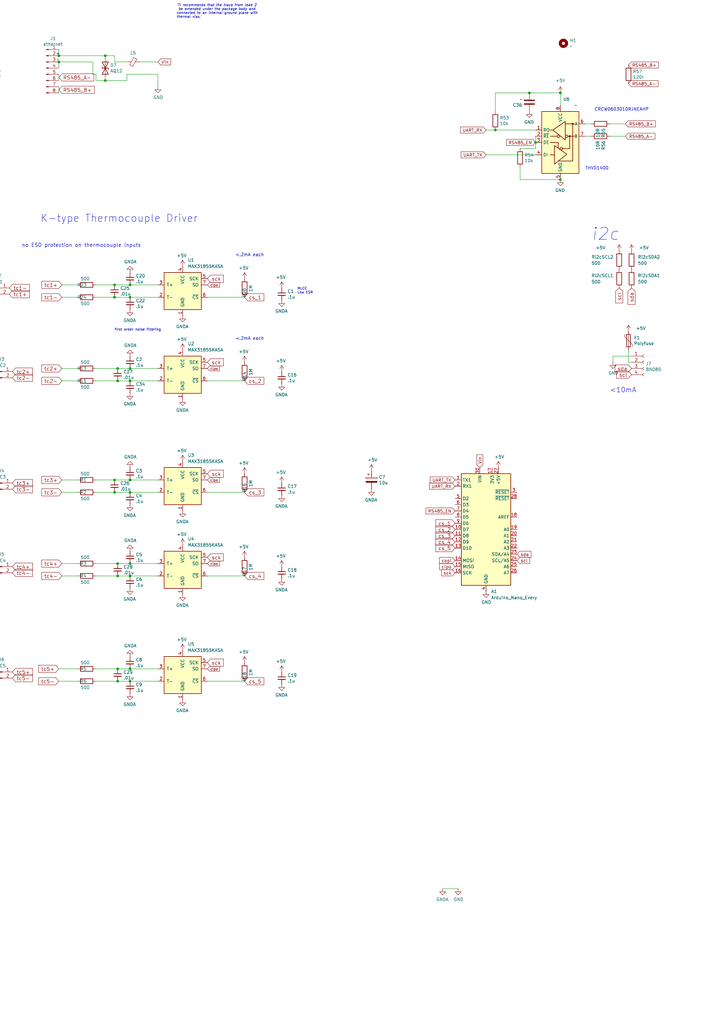
<source format=kicad_sch>
(kicad_sch (version 20211123) (generator eeschema)
  (paper "A3" portrait)
  (lib_symbols
    (symbol "Connector:Conn_01x02_Male" (pin_names (offset 1.016) hide)
      (property "Reference" "J" (at 0 2.54 0))
      (property "Value" "Conn_01x02_Male" (at 0 -5.08 0))
      (symbol "Conn_01x02_Male_1_1"
        (pin passive line (at 5.08 0 180) (length 3.81) (name "Pin_1") (number "1"))
        (pin passive line (at 5.08 -2.54 180) (length 3.81) (name "Pin_2") (number "2"))
      )
    )
    (symbol "Connector:Conn_01x08_Male" (pin_names (offset 1.016) hide)
      (property "Reference" "J" (at 0 10.16 0))
      (property "Value" "Conn_01x08_Male" (at 0 -12.7 0))
      (symbol "Conn_01x08_Male_1_1"
        (pin passive line (at 5.08 7.62 180) (length 3.81) (name "Pin_1") (number "1"))
        (pin passive line (at 5.08 5.08 180) (length 3.81) (name "Pin_2") (number "2"))
        (pin passive line (at 5.08 2.54 180) (length 3.81) (name "Pin_3") (number "3"))
        (pin passive line (at 5.08 0 180) (length 3.81) (name "Pin_4") (number "4"))
        (pin passive line (at 5.08 -2.54 180) (length 3.81) (name "Pin_5") (number "5"))
        (pin passive line (at 5.08 -5.08 180) (length 3.81) (name "Pin_6") (number "6"))
        (pin passive line (at 5.08 -7.62 180) (length 3.81) (name "Pin_7") (number "7"))
        (pin passive line (at 5.08 -10.16 180) (length 3.81) (name "Pin_8") (number "8"))
      )
    )
    (symbol "Device:C" (pin_numbers hide) (pin_names (offset 0.254))
      (property "Reference" "C" (at 0.635 2.54 0))
      (property "Value" "C" (at 0.635 -2.54 0))
      (symbol "C_1_1"
        (pin passive line (at 0 3.81 270) (length 2.794) (name "~") (number "1"))
        (pin passive line (at 0 -3.81 90) (length 2.794) (name "~") (number "2"))
      )
    )
    (symbol "Device:C_Small" (pin_numbers hide) (pin_names (offset 0.254) hide)
      (property "Reference" "C" (at 0.254 1.778 0))
      (property "Value" "C_Small" (at 0.254 -2.032 0))
      (symbol "C_Small_1_1"
        (pin passive line (at 0 2.54 270) (length 2.032) (name "~") (number "1"))
        (pin passive line (at 0 -2.54 90) (length 2.032) (name "~") (number "2"))
      )
    )
    (symbol "Device:D_TVS" (pin_numbers hide) (pin_names (offset 1.016) hide)
      (property "Reference" "D" (at 0 2.54 0))
      (property "Value" "D_TVS" (at 0 -2.54 0))
      (symbol "D_TVS_1_1"
        (pin passive line (at -3.81 0 0) (length 2.54) (name "A1") (number "1"))
        (pin passive line (at 3.81 0 180) (length 2.54) (name "A2") (number "2"))
      )
    )
    (symbol "Device:Polyfuse" (pin_numbers hide) (pin_names (offset 0))
      (property "Reference" "F" (at -2.54 0 90))
      (property "Value" "Polyfuse" (at 2.54 0 90))
      (symbol "Polyfuse_1_1"
        (pin passive line (at 0 3.81 270) (length 1.27) (name "~") (number "1"))
        (pin passive line (at 0 -3.81 90) (length 1.27) (name "~") (number "2"))
      )
    )
    (symbol "Device:R" (pin_numbers hide) (pin_names (offset 0))
      (property "Reference" "R" (at 2.032 0 90))
      (property "Value" "R" (at 0 0 90))
      (symbol "R_1_1"
        (pin passive line (at 0 3.81 270) (length 1.27) (name "~") (number "1"))
        (pin passive line (at 0 -3.81 90) (length 1.27) (name "~") (number "2"))
      )
    )
    (symbol "MCU_Module:Arduino_Nano_Every"
      (property "Reference" "A" (at -10.16 23.495 0))
      (property "Value" "Arduino_Nano_Every" (at 5.08 -24.13 0))
      (symbol "Arduino_Nano_Every_1_1"
        (pin bidirectional line (at -12.7 20.32 0) (length 2.54) (name "TX1") (number "1"))
        (pin bidirectional line (at -12.7 0 0) (length 2.54) (name "D7") (number "10"))
        (pin bidirectional line (at -12.7 -2.54 0) (length 2.54) (name "D8") (number "11"))
        (pin bidirectional line (at -12.7 -5.08 0) (length 2.54) (name "D9") (number "12"))
        (pin bidirectional line (at -12.7 -7.62 0) (length 2.54) (name "D10") (number "13"))
        (pin bidirectional line (at -12.7 -12.7 0) (length 2.54) (name "MOSI") (number "14"))
        (pin bidirectional line (at -12.7 -15.24 0) (length 2.54) (name "MISO") (number "15"))
        (pin bidirectional line (at -12.7 -17.78 0) (length 2.54) (name "SCK") (number "16"))
        (pin power_out line (at 2.54 25.4 270) (length 2.54) (name "3V3") (number "17"))
        (pin input line (at 12.7 5.08 180) (length 2.54) (name "AREF") (number "18"))
        (pin bidirectional line (at 12.7 0 180) (length 2.54) (name "A0") (number "19"))
        (pin bidirectional line (at -12.7 17.78 0) (length 2.54) (name "RX1") (number "2"))
        (pin bidirectional line (at 12.7 -2.54 180) (length 2.54) (name "A1") (number "20"))
        (pin bidirectional line (at 12.7 -5.08 180) (length 2.54) (name "A2") (number "21"))
        (pin bidirectional line (at 12.7 -7.62 180) (length 2.54) (name "A3") (number "22"))
        (pin bidirectional line (at 12.7 -10.16 180) (length 2.54) (name "SDA/A4") (number "23"))
        (pin bidirectional line (at 12.7 -12.7 180) (length 2.54) (name "SCL/A5") (number "24"))
        (pin bidirectional line (at 12.7 -15.24 180) (length 2.54) (name "A6") (number "25"))
        (pin bidirectional line (at 12.7 -17.78 180) (length 2.54) (name "A7") (number "26"))
        (pin power_out line (at 5.08 25.4 270) (length 2.54) (name "+5V") (number "27"))
        (pin input line (at 12.7 12.7 180) (length 2.54) (name "~{RESET}") (number "28"))
        (pin passive line (at 0 -25.4 90) (length 2.54) hide (name "GND") (number "29"))
        (pin input line (at 12.7 15.24 180) (length 2.54) (name "~{RESET}") (number "3"))
        (pin power_in line (at -2.54 25.4 270) (length 2.54) (name "VIN") (number "30"))
        (pin power_in line (at 0 -25.4 90) (length 2.54) (name "GND") (number "4"))
        (pin bidirectional line (at -12.7 12.7 0) (length 2.54) (name "D2") (number "5"))
        (pin bidirectional line (at -12.7 10.16 0) (length 2.54) (name "D3") (number "6"))
        (pin bidirectional line (at -12.7 7.62 0) (length 2.54) (name "D4") (number "7"))
        (pin bidirectional line (at -12.7 5.08 0) (length 2.54) (name "D5") (number "8"))
        (pin bidirectional line (at -12.7 2.54 0) (length 2.54) (name "D6") (number "9"))
      )
    )
    (symbol "Mechanical:MountingHole" (pin_names (offset 1.016))
      (property "Reference" "H" (at 0 5.08 0))
      (property "Value" "MountingHole" (at 0 3.175 0))
    )
    (symbol "PAINTREv3-rescue:CP-2164VCA-rescue-instrumnet-rescue" (pin_numbers hide) (pin_names (offset 0.254))
      (property "Reference" "C" (at 0.635 2.54 0))
      (property "Value" "CP-2164VCA-rescue-instrumnet-rescue" (at 0.635 -2.54 0))
      (symbol "CP-2164VCA-rescue-instrumnet-rescue_1_1"
        (pin passive line (at 0 3.81 270) (length 2.794) (name "~") (number "1"))
        (pin passive line (at 0 -3.81 90) (length 2.794) (name "~") (number "2"))
      )
    )
    (symbol "PAINTREv3-rescue:Connector_Conn_01x04_Female-newvco-cache-instrumnet-rescue" (pin_names (offset 1.016) hide)
      (property "Reference" "J" (at 0 5.08 0))
      (property "Value" "Connector_Conn_01x04_Female-newvco-cache-instrumnet-rescue" (at 0 -7.62 0))
      (symbol "Connector_Conn_01x04_Female-newvco-cache-instrumnet-rescue_1_1"
        (pin passive line (at -5.08 2.54 0) (length 3.81) (name "Pin_1") (number "1"))
        (pin passive line (at -5.08 0 0) (length 3.81) (name "Pin_2") (number "2"))
        (pin passive line (at -5.08 -2.54 0) (length 3.81) (name "Pin_3") (number "3"))
        (pin passive line (at -5.08 -5.08 0) (length 3.81) (name "Pin_4") (number "4"))
      )
    )
    (symbol "PAINTREv3-rescue:Ferrite_Bead_Small-Device" (pin_numbers hide) (pin_names (offset 0))
      (property "Reference" "FB" (at 1.905 1.27 0))
      (property "Value" "Ferrite_Bead_Small-Device" (at 1.905 -1.27 0))
      (symbol "Ferrite_Bead_Small-Device_1_1"
        (pin passive line (at 0 2.54 270) (length 1.27) (name "~") (number "1"))
        (pin passive line (at 0 -2.54 90) (length 1.27) (name "~") (number "2"))
      )
    )
    (symbol "PAINTREv3-rescue:R-2164VCA-rescue-instrumnet-rescue" (pin_numbers hide) (pin_names (offset 0))
      (property "Reference" "R" (at 2.032 0 90))
      (property "Value" "R-2164VCA-rescue-instrumnet-rescue" (at 0 0 90))
      (symbol "R-2164VCA-rescue-instrumnet-rescue_1_1"
        (pin passive line (at 0 3.81 270) (length 1.27) (name "~") (number "1"))
        (pin passive line (at 0 -3.81 90) (length 1.27) (name "~") (number "2"))
      )
    )
    (symbol "Sensor_Temperature:MAX31855KASA" (pin_names (offset 1.016))
      (property "Reference" "U" (at -7.62 8.89 0))
      (property "Value" "MAX31855KASA" (at 1.27 8.89 0))
      (symbol "MAX31855KASA_1_1"
        (pin power_in line (at 0 -10.16 90) (length 2.54) (name "GND") (number "1"))
        (pin passive line (at -10.16 -2.54 0) (length 2.54) (name "T-") (number "2"))
        (pin passive line (at -10.16 2.54 0) (length 2.54) (name "T+") (number "3"))
        (pin power_in line (at 0 10.16 270) (length 2.54) (name "VCC") (number "4"))
        (pin input line (at 10.16 5.08 180) (length 2.54) (name "SCK") (number "5"))
        (pin input line (at 10.16 -2.54 180) (length 2.54) (name "~{CS}") (number "6"))
        (pin tri_state line (at 10.16 2.54 180) (length 2.54) (name "SO") (number "7"))
      )
    )
    (symbol "TFRAS_TOP-rescue:SN65HVD75-Interface_UART"
      (property "Reference" "U" (at -6.985 13.97 0))
      (property "Value" "SN65HVD75-Interface_UART" (at 8.255 13.97 0))
      (symbol "SN65HVD75-Interface_UART_1_1"
        (pin output line (at -10.16 5.08 0) (length 2.54) (name "RO") (number "1"))
        (pin input line (at -10.16 2.54 0) (length 2.54) (name "~{RE}") (number "2"))
        (pin input line (at -10.16 0 0) (length 2.54) (name "DE") (number "3"))
        (pin input line (at -10.16 -5.08 0) (length 2.54) (name "DI") (number "4"))
        (pin power_in line (at 0 -15.24 90) (length 2.54) (name "GND") (number "5"))
        (pin bidirectional line (at 10.16 7.62 180) (length 2.54) (name "A") (number "6"))
        (pin bidirectional line (at 10.16 2.54 180) (length 2.54) (name "B") (number "7"))
        (pin power_in line (at 0 15.24 270) (length 2.54) (name "VCC") (number "8"))
      )
    )
    (symbol "power:+5V" (power) (pin_names (offset 0))
      (property "Value" "+5V" (at 0 3.556 0))
      (symbol "+5V_1_1"
        (pin power_in line (at 0 0 90) (length 0) hide (name "+5V") (number "1"))
      )
    )
    (symbol "power:GND" (power) (pin_names (offset 0))
      (property "Value" "GND" (at 0 -3.81 0))
      (symbol "GND_1_1"
        (pin power_in line (at 0 0 270) (length 0) hide (name "GND") (number "1"))
      )
    )
    (symbol "power:GNDA" (power) (pin_names (offset 0))
      (property "Value" "GNDA" (at 0 -3.81 0))
      (symbol "GNDA_1_1"
        (pin power_in line (at 0 0 270) (length 0) hide (name "GNDA") (number "1"))
      )
    )
  )
  (junction (at 53.34 279.4))
  (junction (at 217.17 38.1))
  (junction (at 53.34 274.32))
  (junction (at 53.34 151.13))
  (junction (at 43.18 22.86))
  (junction (at 43.18 33.02))
  (junction (at 48.26 151.13))
  (junction (at 229.87 38.1))
  (junction (at 24.13 25.4))
  (junction (at 53.34 156.21))
  (junction (at 203.2 53.34))
  (junction (at 48.26 231.14))
  (junction (at 46.99 116.84))
  (junction (at 48.26 274.32))
  (junction (at 53.34 116.84))
  (junction (at 53.34 121.92))
  (junction (at 53.34 201.93))
  (junction (at 46.99 201.93))
  (junction (at 48.26 279.4))
  (junction (at 46.99 196.85))
  (junction (at 46.99 121.92))
  (junction (at 219.71 58.42))
  (junction (at 24.13 22.86))
  (junction (at 48.26 156.21))
  (junction (at 48.26 236.22))
  (junction (at 229.87 73.66))
  (junction (at 53.34 231.14))
  (junction (at 53.34 196.85))
  (junction (at 53.34 236.22))
  (wire (pts (xy 85.09 236.22) (xy 100.33 236.22)))
  (wire (pts (xy 213.36 68.58) (xy 213.36 73.66)))
  (wire (pts (xy 24.13 25.4) (xy 24.13 27.94)))
  (wire (pts (xy 38.1 30.48) (xy 39.37 30.48)))
  (wire (pts (xy 25.4 196.85) (xy 31.75 196.85)))
  (wire (pts (xy 24.13 274.32) (xy 31.75 274.32)))
  (wire (pts (xy 46.99 121.92) (xy 53.34 121.92)))
  (wire (pts (xy 46.99 196.85) (xy 53.34 196.85)))
  (wire (pts (xy 39.37 121.92) (xy 46.99 121.92)))
  (wire (pts (xy 24.13 20.32) (xy 24.13 22.86)))
  (wire (pts (xy 39.37 116.84) (xy 46.99 116.84)))
  (wire (pts (xy 39.37 151.13) (xy 48.26 151.13)))
  (wire (pts (xy 259.08 148.59) (xy 257.81 148.59)))
  (wire (pts (xy 53.34 121.92) (xy 64.77 121.92)))
  (wire (pts (xy 85.09 279.4) (xy 100.33 279.4)))
  (wire (pts (xy 213.36 60.96) (xy 219.71 60.96)))
  (wire (pts (xy 24.13 38.1) (xy 24.13 35.56)))
  (wire (pts (xy 39.37 236.22) (xy 48.26 236.22)))
  (wire (pts (xy 53.34 156.21) (xy 64.77 156.21)))
  (wire (pts (xy 39.37 231.14) (xy 48.26 231.14)))
  (wire (pts (xy 43.18 33.02) (xy 52.07 33.02)))
  (wire (pts (xy 203.2 38.1) (xy 217.17 38.1)))
  (wire (pts (xy 199.39 63.5) (xy 219.71 63.5)))
  (wire (pts (xy 53.34 201.93) (xy 64.77 201.93)))
  (wire (pts (xy 53.34 274.32) (xy 64.77 274.32)))
  (wire (pts (xy 43.18 31.75) (xy 43.18 33.02)))
  (wire (pts (xy 39.37 196.85) (xy 46.99 196.85)))
  (wire (pts (xy 39.37 274.32) (xy 48.26 274.32)))
  (wire (pts (xy 53.34 236.22) (xy 64.77 236.22)))
  (wire (pts (xy 85.09 121.92) (xy 100.33 121.92)))
  (wire (pts (xy 219.71 58.42) (xy 219.71 55.88)))
  (wire (pts (xy 24.13 279.4) (xy 31.75 279.4)))
  (wire (pts (xy 39.37 156.21) (xy 48.26 156.21)))
  (wire (pts (xy 48.26 279.4) (xy 53.34 279.4)))
  (wire (pts (xy 46.99 22.86) (xy 46.99 25.4)))
  (wire (pts (xy 25.4 236.22) (xy 31.75 236.22)))
  (wire (pts (xy 250.19 55.88) (xy 256.54 55.88)))
  (wire (pts (xy 39.37 279.4) (xy 48.26 279.4)))
  (wire (pts (xy 199.39 53.34) (xy 203.2 53.34)))
  (wire (pts (xy 46.99 25.4) (xy 52.07 25.4)))
  (wire (pts (xy 24.13 33.02) (xy 24.13 30.48)))
  (wire (pts (xy 24.13 22.86) (xy 43.18 22.86)))
  (wire (pts (xy 257.81 148.59) (xy 257.81 143.51)))
  (wire (pts (xy 53.34 196.85) (xy 64.77 196.85)))
  (wire (pts (xy 229.87 38.1) (xy 229.87 43.18)))
  (wire (pts (xy 48.26 156.21) (xy 53.34 156.21)))
  (wire (pts (xy 48.26 151.13) (xy 53.34 151.13)))
  (wire (pts (xy 181.61 364.49) (xy 187.96 364.49)))
  (wire (pts (xy 48.26 231.14) (xy 53.34 231.14)))
  (wire (pts (xy 251.46 146.05) (xy 251.46 148.59)))
  (wire (pts (xy 25.4 121.92) (xy 31.75 121.92)))
  (wire (pts (xy 43.18 22.86) (xy 46.99 22.86)))
  (wire (pts (xy 25.4 116.84) (xy 31.75 116.84)))
  (wire (pts (xy 64.77 30.48) (xy 64.77 35.56)))
  (wire (pts (xy 46.99 116.84) (xy 53.34 116.84)))
  (wire (pts (xy 85.09 201.93) (xy 100.33 201.93)))
  (wire (pts (xy 39.37 33.02) (xy 43.18 33.02)))
  (wire (pts (xy 53.34 151.13) (xy 64.77 151.13)))
  (wire (pts (xy 25.4 231.14) (xy 31.75 231.14)))
  (wire (pts (xy 52.07 33.02) (xy 52.07 30.48)))
  (wire (pts (xy 38.1 25.4) (xy 38.1 30.48)))
  (wire (pts (xy 203.2 53.34) (xy 219.71 53.34)))
  (wire (pts (xy 24.13 25.4) (xy 38.1 25.4)))
  (wire (pts (xy 25.4 151.13) (xy 31.75 151.13)))
  (wire (pts (xy 52.07 30.48) (xy 64.77 30.48)))
  (wire (pts (xy 48.26 236.22) (xy 53.34 236.22)))
  (wire (pts (xy 259.08 146.05) (xy 251.46 146.05)))
  (wire (pts (xy 203.2 45.72) (xy 203.2 38.1)))
  (wire (pts (xy 53.34 231.14) (xy 64.77 231.14)))
  (wire (pts (xy 25.4 156.21) (xy 31.75 156.21)))
  (wire (pts (xy 53.34 116.84) (xy 64.77 116.84)))
  (wire (pts (xy 219.71 60.96) (xy 219.71 58.42)))
  (wire (pts (xy 217.17 38.1) (xy 229.87 38.1)))
  (wire (pts (xy 46.99 201.93) (xy 53.34 201.93)))
  (wire (pts (xy 85.09 156.21) (xy 100.33 156.21)))
  (wire (pts (xy 240.03 50.8) (xy 242.57 50.8)))
  (wire (pts (xy 39.37 201.93) (xy 46.99 201.93)))
  (wire (pts (xy 48.26 274.32) (xy 53.34 274.32)))
  (wire (pts (xy 39.37 30.48) (xy 39.37 33.02)))
  (wire (pts (xy 240.03 55.88) (xy 242.57 55.88)))
  (wire (pts (xy 250.19 50.8) (xy 256.54 50.8)))
  (wire (pts (xy 43.18 22.86) (xy 43.18 24.13)))
  (wire (pts (xy 53.34 279.4) (xy 64.77 279.4)))
  (wire (pts (xy 213.36 73.66) (xy 229.87 73.66)))
  (wire (pts (xy 25.4 201.93) (xy 31.75 201.93)))
  (wire (pts (xy 57.15 25.4) (xy 64.77 25.4)))
  (text "<.2mA each" (at 96.52 105.41 0) (effects (font (size 1.27 1.27)) (justify left bottom)))
  (text "CRCW0603010RJNEAHP" (at 243.84 45.72 0) (effects (font (size 1.27 1.27)) (justify left bottom)))
  (text "<.2mA each" (at 96.52 139.7 0) (effects (font (size 1.27 1.27)) (justify left bottom)))
  (text "MLCC\nLow ESR" (at 121.92 120.65 0) (effects (font (size 0.9906 0.9906)) (justify left bottom)))
  (text "-" (at 22.86 25.4 0) (effects (font (size 1.27 1.27)) (justify left bottom)))
  (text "+" (at 22.86 22.86 0) (effects (font (size 1.27 1.27)) (justify left bottom)))
  (text "first order noise filtering" (at 46.99 135.89 0) (effects (font (size 0.9906 0.9906)) (justify left bottom)))
  (text "reset requires no extra hardware -\nactually, the pin is a GPIO by default!\nresetting is done thru the UPDI pin." (at 300.99 153.67 0) (effects (font (size 1.27 1.27)) (justify left bottom)))
  (text "THVD1400\n" (at 240.03 69.85 0) (effects (font (size 1.27 1.27)) (justify left bottom)))
  (text "40mA GPIO sink/source current" (at 388.62 207.01 0) (effects (font (size 1.27 1.27)) (justify left bottom)))
  (text "3.6V - 16V input" (at -39.37 31.75 0) (effects (font (size 2.9972 2.9972)) (justify left bottom)))
  (text "K-type Thermocouple Driver" (at 16.51 91.44 0) (effects (font (size 2.9972 2.9972)) (justify left bottom)))
  (text "PAINTREv3 internal instrumentation for HOTROD ice drilling system" (at -177.038 -122.174 0) (effects (font (size 2 2)) (justify left bottom)))
  (text "<10mA" (at 250.19 161.29 0) (effects (font (size 2.0066 2.0066)) (justify left bottom)))
  (text "no ESD protection on thermocouple inputs" (at 8.89 101.6 0) (effects (font (size 1.4986 1.4986)) (justify left bottom)))
  (text "\n'TI recommends that the trace from lead 2\n be extended under the package body and \nconnected to an internal ground plane with \nthermal vias.'" (at 72.39 7.62 0) (effects (font (size 0.9906 0.9906) italic) (justify left bottom)))
  (text "i2c" (at 242.57 99.06 0) (effects (font (size 5.0038 5.0038) italic) (justify left bottom)))
  (global_label "scl" (shape input) (at 259.08 153.67 180) (effects (font (size 1.4986 1.4986))) (property "Intersheet References" "${INTERSHEET_REFS}" (effects hide)))
  (global_label "UART_RX" (shape input) (at 199.39 53.34 180) (property "Intersheet References" "${INTERSHEET_REFS}" (effects hide)))
  (global_label "cs_1" (shape input) (at 186.69 214.63 180) (effects (font (size 1.4986 1.4986))) (property "Intersheet References" "${INTERSHEET_REFS}" (effects hide)))
  (global_label "tc3+" (shape input) (at 5.08 198.12 0) (effects (font (size 1.4986 1.4986))) (property "Intersheet References" "${INTERSHEET_REFS}" (effects hide)))
  (global_label "cs_3" (shape input) (at 100.33 201.93 0) (effects (font (size 1.4986 1.4986))) (property "Intersheet References" "${INTERSHEET_REFS}" (effects hide)))
  (global_label "sck" (shape input) (at 85.09 194.31 0) (effects (font (size 1.4986 1.4986))) (property "Intersheet References" "${INTERSHEET_REFS}" (effects hide)))
  (global_label "sck" (shape input) (at 85.09 148.59 0) (effects (font (size 1.4986 1.4986))) (property "Intersheet References" "${INTERSHEET_REFS}" (effects hide)))
  (global_label "RS485_B+" (shape input) (at 257.81 26.67 0) (property "Intersheet References" "${INTERSHEET_REFS}" (effects hide)))
  (global_label "sck" (shape input) (at 85.09 114.3 0) (effects (font (size 1.4986 1.4986))) (property "Intersheet References" "${INTERSHEET_REFS}" (effects hide)))
  (global_label "cs_5" (shape input) (at 186.69 224.79 180) (effects (font (size 1.4986 1.4986))) (property "Intersheet References" "${INTERSHEET_REFS}" (effects hide)))
  (global_label "cs_4" (shape input) (at 100.33 236.22 0) (effects (font (size 1.4986 1.4986))) (property "Intersheet References" "${INTERSHEET_REFS}" (effects hide)))
  (global_label "UART_TX" (shape input) (at 186.69 196.85 180) (property "Intersheet References" "${INTERSHEET_REFS}" (effects hide)))
  (global_label "copi" (shape input) (at 186.69 229.87 180) (property "Intersheet References" "${INTERSHEET_REFS}" (effects hide)))
  (global_label "tc3-" (shape input) (at 25.4 201.93 180) (effects (font (size 1.4986 1.4986))) (property "Intersheet References" "${INTERSHEET_REFS}" (effects hide)))
  (global_label "tc4-" (shape input) (at 25.4 236.22 180) (effects (font (size 1.4986 1.4986))) (property "Intersheet References" "${INTERSHEET_REFS}" (effects hide)))
  (global_label "cs_1" (shape input) (at 100.33 121.92 0) (effects (font (size 1.4986 1.4986))) (property "Intersheet References" "${INTERSHEET_REFS}" (effects hide)))
  (global_label "cipo" (shape input) (at 186.69 232.41 180) (property "Intersheet References" "${INTERSHEET_REFS}" (effects hide)))
  (global_label "RS485_B+" (shape input) (at 256.54 50.8 0) (property "Intersheet References" "${INTERSHEET_REFS}" (effects hide)))
  (global_label "tc3+" (shape input) (at 25.4 196.85 180) (effects (font (size 1.4986 1.4986))) (property "Intersheet References" "${INTERSHEET_REFS}" (effects hide)))
  (global_label "cipo" (shape input) (at 85.09 231.14 0) (effects (font (size 0.9906 0.9906))) (property "Intersheet References" "${INTERSHEET_REFS}" (effects hide)))
  (global_label "cs_2" (shape input) (at 186.69 217.17 180) (effects (font (size 1.4986 1.4986))) (property "Intersheet References" "${INTERSHEET_REFS}" (effects hide)))
  (global_label "tc4-" (shape input) (at 5.08 234.95 0) (effects (font (size 1.4986 1.4986))) (property "Intersheet References" "${INTERSHEET_REFS}" (effects hide)))
  (global_label "tc2+" (shape input) (at 5.08 152.4 0) (effects (font (size 1.4986 1.4986))) (property "Intersheet References" "${INTERSHEET_REFS}" (effects hide)))
  (global_label "tc4+" (shape input) (at 25.4 231.14 180) (effects (font (size 1.4986 1.4986))) (property "Intersheet References" "${INTERSHEET_REFS}" (effects hide)))
  (global_label "tc1-" (shape input) (at 25.4 121.92 180) (effects (font (size 1.4986 1.4986))) (property "Intersheet References" "${INTERSHEET_REFS}" (effects hide)))
  (global_label "tc5+" (shape input) (at 24.13 274.32 180) (effects (font (size 1.4986 1.4986))) (property "Intersheet References" "${INTERSHEET_REFS}" (effects hide)))
  (global_label "tc5-" (shape input) (at 24.13 279.4 180) (effects (font (size 1.4986 1.4986))) (property "Intersheet References" "${INTERSHEET_REFS}" (effects hide)))
  (global_label "tc5+" (shape input) (at 5.08 275.59 0) (effects (font (size 1.4986 1.4986))) (property "Intersheet References" "${INTERSHEET_REFS}" (effects hide)))
  (global_label "UART_TX" (shape input) (at 199.39 63.5 180) (property "Intersheet References" "${INTERSHEET_REFS}" (effects hide)))
  (global_label "sda" (shape input) (at 259.08 118.11 270) (effects (font (size 1.4986 1.4986))) (property "Intersheet References" "${INTERSHEET_REFS}" (effects hide)))
  (global_label "tc1+" (shape input) (at 25.4 116.84 180) (effects (font (size 1.4986 1.4986))) (property "Intersheet References" "${INTERSHEET_REFS}" (effects hide)))
  (global_label "tc3-" (shape input) (at 5.08 200.66 0) (effects (font (size 1.4986 1.4986))) (property "Intersheet References" "${INTERSHEET_REFS}" (effects hide)))
  (global_label "cipo" (shape input) (at 85.09 274.32 0) (effects (font (size 0.9906 0.9906))) (property "Intersheet References" "${INTERSHEET_REFS}" (effects hide)))
  (global_label "tc1-" (shape input) (at 3.81 118.11 0) (effects (font (size 1.4986 1.4986))) (property "Intersheet References" "${INTERSHEET_REFS}" (effects hide)))
  (global_label "cipo" (shape input) (at 85.09 151.13 0) (effects (font (size 0.9906 0.9906))) (property "Intersheet References" "${INTERSHEET_REFS}" (effects hide)))
  (global_label "UART_RX" (shape input) (at 186.69 199.39 180) (property "Intersheet References" "${INTERSHEET_REFS}" (effects hide)))
  (global_label "sck" (shape input) (at 85.09 271.78 0) (effects (font (size 1.4986 1.4986))) (property "Intersheet References" "${INTERSHEET_REFS}" (effects hide)))
  (global_label "cs_4" (shape input) (at 186.69 222.25 180) (effects (font (size 1.4986 1.4986))) (property "Intersheet References" "${INTERSHEET_REFS}" (effects hide)))
  (global_label "tc5-" (shape input) (at 5.08 278.13 0) (effects (font (size 1.4986 1.4986))) (property "Intersheet References" "${INTERSHEET_REFS}" (effects hide)))
  (global_label "cipo" (shape input) (at 85.09 116.84 0) (effects (font (size 0.9906 0.9906))) (property "Intersheet References" "${INTERSHEET_REFS}" (effects hide)))
  (global_label "RS485_EN" (shape input) (at 219.71 58.42 180) (property "Intersheet References" "${INTERSHEET_REFS}" (effects hide)))
  (global_label "sck" (shape input) (at 85.09 228.6 0) (effects (font (size 1.4986 1.4986))) (property "Intersheet References" "${INTERSHEET_REFS}" (effects hide)))
  (global_label "Vin" (shape input) (at 196.85 191.77 90) (property "Intersheet References" "${INTERSHEET_REFS}" (effects hide)))
  (global_label "sda" (shape input) (at 259.08 151.13 180) (effects (font (size 1.4986 1.4986))) (property "Intersheet References" "${INTERSHEET_REFS}" (effects hide)))
  (global_label "RS485_B+" (shape input) (at 24.13 36.83 0) (effects (font (size 1.4986 1.4986))) (property "Intersheet References" "${INTERSHEET_REFS}" (effects hide)))
  (global_label "tc2+" (shape input) (at 25.4 151.13 180) (effects (font (size 1.4986 1.4986))) (property "Intersheet References" "${INTERSHEET_REFS}" (effects hide)))
  (global_label "sda" (shape input) (at 212.09 227.33 0) (property "Intersheet References" "${INTERSHEET_REFS}" (effects hide)))
  (global_label "tc2-" (shape input) (at 5.08 154.94 0) (effects (font (size 1.4986 1.4986))) (property "Intersheet References" "${INTERSHEET_REFS}" (effects hide)))
  (global_label "RS485_A-" (shape input) (at 256.54 55.88 0) (property "Intersheet References" "${INTERSHEET_REFS}" (effects hide)))
  (global_label "tc2-" (shape input) (at 25.4 156.21 180) (effects (font (size 1.4986 1.4986))) (property "Intersheet References" "${INTERSHEET_REFS}" (effects hide)))
  (global_label "tc1+" (shape input) (at 3.81 120.65 0) (effects (font (size 1.4986 1.4986))) (property "Intersheet References" "${INTERSHEET_REFS}" (effects hide)))
  (global_label "RS485_EN" (shape input) (at 186.69 209.55 180) (property "Intersheet References" "${INTERSHEET_REFS}" (effects hide)))
  (global_label "cs_5" (shape input) (at 100.33 279.4 0) (effects (font (size 1.4986 1.4986))) (property "Intersheet References" "${INTERSHEET_REFS}" (effects hide)))
  (global_label "cs_2" (shape input) (at 100.33 156.21 0) (effects (font (size 1.4986 1.4986))) (property "Intersheet References" "${INTERSHEET_REFS}" (effects hide)))
  (global_label "Vin" (shape input) (at 64.77 25.4 0) (property "Intersheet References" "${INTERSHEET_REFS}" (effects hide)))
  (global_label "scl" (shape input) (at 254 118.11 270) (effects (font (size 1.4986 1.4986))) (property "Intersheet References" "${INTERSHEET_REFS}" (effects hide)))
  (global_label "cs_3" (shape input) (at 186.69 219.71 180) (effects (font (size 1.4986 1.4986))) (property "Intersheet References" "${INTERSHEET_REFS}" (effects hide)))
  (global_label "sck" (shape input) (at 186.69 234.95 180) (property "Intersheet References" "${INTERSHEET_REFS}" (effects hide)))
  (global_label "RS485_A-" (shape input) (at 24.13 31.75 0) (effects (font (size 1.4986 1.4986))) (property "Intersheet References" "${INTERSHEET_REFS}" (effects hide)))
  (global_label "cipo" (shape input) (at 85.09 196.85 0) (effects (font (size 0.9906 0.9906))) (property "Intersheet References" "${INTERSHEET_REFS}" (effects hide)))
  (global_label "tc4+" (shape input) (at 5.08 232.41 0) (effects (font (size 1.4986 1.4986))) (property "Intersheet References" "${INTERSHEET_REFS}" (effects hide)))
  (global_label "scl" (shape input) (at 212.09 229.87 0) (property "Intersheet References" "${INTERSHEET_REFS}" (effects hide)))
  (global_label "RS485_A-" (shape input) (at 257.81 34.29 0) (property "Intersheet References" "${INTERSHEET_REFS}" (effects hide)))
  (symbol (lib_id "PAINTREv3-rescue:CP-2164VCA-rescue-instrumnet-rescue") (at 152.4 196.85 0) (unit 1)
    (property "Reference" "C7" (at 155.3972 195.6816 0) (effects (justify left)))
    (property "Value" "10u" (at 155.3972 197.993 0) (effects (justify left)))
    (property "Footprint" "Library:C_1206_HandSoldering_silkscreenlabel" (effects hide))
  )
  (symbol (lib_id "power:+5V") (at 204.47 191.77 0) (unit 1)
    (property "Reference" "#PWR0104" (effects hide))
    (property "Value" "+5V" (at 204.851 187.3758 0))
  )
  (symbol (lib_id "PAINTREv3-rescue:Connector_Conn_01x04_Female-newvco-cache-instrumnet-rescue") (at 264.16 148.59 0) (unit 1)
    (property "Reference" "J7" (at 264.8458 149.1996 0) (effects (justify left)))
    (property "Value" "BN080" (at 264.8458 151.511 0) (effects (justify left)))
    (property "Footprint" "Library:JST_SH_SM04B-SRSS-TB_04x1.00mm_Angled" (effects hide))
  )
  (symbol (lib_id "power:GND") (at 64.77 35.56 0) (unit 1)
    (property "Reference" "#PWR0135" (effects hide))
    (property "Value" "GND" (at 64.897 39.9542 0))
  )
  (symbol (lib_id "PAINTREv3-rescue:R-2164VCA-rescue-instrumnet-rescue") (at 254 114.3 0) (unit 1)
    (property "Reference" "Ri2cSCL1" (at 242.57 113.03 0) (effects (justify left)))
    (property "Value" "500" (at 242.57 115.57 0) (effects (justify left)))
    (property "Footprint" "Library:R_0603_1608Metric_fabdesignatorsmall" (effects hide))
  )
  (symbol (lib_id "PAINTREv3-rescue:R-2164VCA-rescue-instrumnet-rescue") (at 259.08 114.3 0) (unit 1)
    (property "Reference" "Ri2cSDA1" (at 261.62 113.03 0) (effects (justify left)))
    (property "Value" "500" (at 261.62 115.57 0) (effects (justify left)))
    (property "Footprint" "Library:R_0603_1608Metric_fabdesignatorsmall" (effects hide))
  )
  (symbol (lib_id "power:+5V") (at 254 102.87 0) (unit 1)
    (property "Reference" "#PWR0137" (effects hide))
    (property "Value" "+5V" (at 246.38 101.6 0))
  )
  (symbol (lib_id "power:+5V") (at 259.08 102.87 0) (unit 1)
    (property "Reference" "#PWR0139" (effects hide))
    (property "Value" "+5V" (at 264.16 101.6 0))
  )
  (symbol (lib_id "Device:D_TVS") (at 43.18 27.94 270) (unit 1)
    (property "Reference" "D7" (at 45.1866 26.7716 90) (effects (justify left)))
    (property "Value" "AQ12" (at 45.1866 29.083 90) (effects (justify left)))
    (property "Footprint" "Library:SOT-23_handsoldering" (effects hide))
  )
  (symbol (lib_id "power:GND") (at 251.46 148.59 0) (unit 1)
    (property "Reference" "#PWR0136" (effects hide))
    (property "Value" "GND" (at 251.587 152.9842 0))
  )
  (symbol (lib_id "power:GND") (at 187.96 364.49 0) (unit 1)
    (property "Reference" "#PWR0132" (effects hide))
    (property "Value" "GND" (at 188.087 368.8842 0))
  )
  (symbol (lib_id "PAINTREv3-rescue:Ferrite_Bead_Small-Device") (at 54.61 25.4 270) (unit 1)
    (property "Reference" "L5" (at 54.61 21.717 90))
    (property "Value" "Ferrite_Bead_Small" (effects hide))
    (property "Footprint" "Library:ferrite_bead_1206" (effects hide))
  )
  (symbol (lib_id "power:GND") (at 199.39 242.57 0) (unit 1)
    (property "Reference" "#PWR0111" (effects hide))
    (property "Value" "~" (at 199.517 246.9642 0))
  )
  (symbol (lib_id "Device:C") (at 217.17 41.91 180) (unit 1)
    (property "Reference" "C36" (at 214.249 43.0784 0) (effects (justify left)))
    (property "Value" "~" (at 214.249 40.767 0) (effects (justify left)))
    (property "Footprint" "Library:C_0603_1608Metric_fabdesignatorsmall" (effects hide))
    (property "JLC part number" "C1525" (effects hide))
    (property "seeed sku" "302010004" (effects hide))
  )
  (symbol (lib_id "power:GND") (at 217.17 45.72 0) (mirror y) (unit 1)
    (property "Reference" "#PWR0122" (effects hide))
    (property "Value" "~" (at 217.043 50.1142 0))
  )
  (symbol (lib_id "Device:R") (at 246.38 50.8 270) (unit 1)
    (property "Reference" "R55" (at 247.5484 52.578 0) (effects (justify left)))
    (property "Value" "10R" (at 245.237 52.578 0) (effects (justify left)))
    (property "Footprint" "Library:R_0603_1608Metric_fabdesignatorsmall" (effects hide))
    (property "JLC part number" "C17903" (effects hide))
    (property "seeed sku" "301010405" (effects hide))
  )
  (symbol (lib_id "Device:R") (at 246.38 55.88 270) (unit 1)
    (property "Reference" "R56" (at 247.5484 57.658 0) (effects (justify left)))
    (property "Value" "10R" (at 245.237 57.658 0) (effects (justify left)))
    (property "Footprint" "Library:R_0603_1608Metric_fabdesignatorsmall" (effects hide))
    (property "JLC part number" "C17903" (effects hide))
    (property "seeed sku" "301010405" (effects hide))
  )
  (symbol (lib_id "Mechanical:MountingHole") (at -222.25 -107.95 0) (unit 1)
    (property "Reference" "H3" (at -219.71 -109.1184 0) (effects (justify left)))
    (property "Value" "MountingHole" (at -219.71 -106.807 0) (effects (justify left)))
    (property "Footprint" "Library:MountingHole_3.2mm_M3" (effects hide))
  )
  (symbol (lib_id "Mechanical:MountingHole") (at -204.47 -107.95 0) (unit 1)
    (property "Reference" "H2" (at -201.93 -109.1184 0) (effects (justify left)))
    (property "Value" "MountingHole" (at -201.93 -106.807 0) (effects (justify left)))
    (property "Footprint" "Library:MountingHole_3.2mm_M3" (effects hide))
  )
  (symbol (lib_id "power:GNDA") (at 74.93 129.54 0) (mirror y) (unit 1)
    (property "Reference" "#PWR0105" (effects hide))
    (property "Value" "GNDA" (at 74.803 133.9342 0))
  )
  (symbol (lib_id "PAINTREv3-rescue:R-2164VCA-rescue-instrumnet-rescue") (at 100.33 118.11 0) (mirror x) (unit 1)
    (property "Reference" "R20" (at 100.33 118.11 90) (effects (justify left)))
    (property "Value" "1M" (at 102.87 116.84 90) (effects (justify left)))
    (property "Footprint" "Library:R_0603_1608Metric_fabdesignatorsmall" (effects hide))
  )
  (symbol (lib_id "Device:C_Small") (at 53.34 148.59 0) (unit 1)
    (property "Reference" "C2" (at 55.6768 147.4216 0) (effects (justify left)))
    (property "Value" ".1u" (at 55.6768 149.733 0) (effects (justify left)))
    (property "Footprint" "Library:C_0603_1608Metric_fabdesignatorsmall" (effects hide))
  )
  (symbol (lib_id "Device:C_Small") (at 53.34 158.75 0) (unit 1)
    (property "Reference" "C34" (at 55.6768 157.5816 0) (effects (justify left)))
    (property "Value" ".1u" (at 55.6768 159.893 0) (effects (justify left)))
    (property "Footprint" "Library:C_0603_1608Metric_fabdesignatorsmall" (effects hide))
  )
  (symbol (lib_id "PAINTREv3-rescue:R-2164VCA-rescue-instrumnet-rescue") (at 35.56 151.13 90) (mirror x) (unit 1)
    (property "Reference" "R13" (at 35.56 151.13 90) (effects (justify left)))
    (property "Value" "500" (at 36.83 148.59 90) (effects (justify left)))
    (property "Footprint" "Library:R_0603_1608Metric_fabdesignatorsmall" (effects hide))
  )
  (symbol (lib_id "PAINTREv3-rescue:R-2164VCA-rescue-instrumnet-rescue") (at 35.56 156.21 90) (mirror x) (unit 1)
    (property "Reference" "R15" (at 35.56 156.21 90) (effects (justify left)))
    (property "Value" "500" (at 36.83 158.75 90) (effects (justify left)))
    (property "Footprint" "Library:R_0603_1608Metric_fabdesignatorsmall" (effects hide))
  )
  (symbol (lib_id "Device:Polyfuse") (at 257.81 139.7 0) (unit 1)
    (property "Reference" "F1" (at 260.0452 138.5316 0) (effects (justify left)))
    (property "Value" "Polyfuse" (at 260.0452 140.843 0) (effects (justify left)))
    (property "Footprint" "Library:Fuse_0603_1608Metric" (effects hide))
  )
  (symbol (lib_id "power:GNDA") (at 181.61 364.49 0) (mirror y) (unit 1)
    (property "Reference" "#PWR0163" (effects hide))
    (property "Value" "GNDA" (at 181.483 368.8842 0))
  )
  (symbol (lib_id "power:GNDA") (at 53.34 161.29 0) (mirror y) (unit 1)
    (property "Reference" "#PWR0145" (effects hide))
    (property "Value" "GNDA" (at 53.213 165.6842 0))
  )
  (symbol (lib_id "power:GNDA") (at 53.34 146.05 0) (mirror x) (unit 1)
    (property "Reference" "#PWR0147" (effects hide))
    (property "Value" "GNDA" (at 53.467 141.6558 0))
  )
  (symbol (lib_id "Device:C_Small") (at 53.34 114.3 0) (unit 1)
    (property "Reference" "C20" (at 55.6768 113.1316 0) (effects (justify left)))
    (property "Value" ".1u" (at 55.6768 115.443 0) (effects (justify left)))
    (property "Footprint" "Library:C_0603_1608Metric_fabdesignatorsmall" (effects hide))
  )
  (symbol (lib_id "Device:C_Small") (at 53.34 124.46 0) (unit 1)
    (property "Reference" "C22" (at 55.6768 123.2916 0) (effects (justify left)))
    (property "Value" ".1u" (at 55.6768 125.603 0) (effects (justify left)))
    (property "Footprint" "Library:C_0603_1608Metric_fabdesignatorsmall" (effects hide))
  )
  (symbol (lib_id "PAINTREv3-rescue:R-2164VCA-rescue-instrumnet-rescue") (at 35.56 116.84 90) (mirror x) (unit 1)
    (property "Reference" "R23" (at 35.56 116.84 90) (effects (justify left)))
    (property "Value" "500" (at 36.83 114.3 90) (effects (justify left)))
    (property "Footprint" "Library:R_0603_1608Metric_fabdesignatorsmall" (effects hide))
  )
  (symbol (lib_id "PAINTREv3-rescue:R-2164VCA-rescue-instrumnet-rescue") (at 35.56 121.92 90) (mirror x) (unit 1)
    (property "Reference" "R24" (at 35.56 121.92 90) (effects (justify left)))
    (property "Value" "500" (at 36.83 124.46 90) (effects (justify left)))
    (property "Footprint" "Library:R_0603_1608Metric_fabdesignatorsmall" (effects hide))
  )
  (symbol (lib_id "power:GNDA") (at 53.34 127 0) (mirror y) (unit 1)
    (property "Reference" "#PWR0150" (effects hide))
    (property "Value" "GNDA" (at 53.213 131.3942 0))
  )
  (symbol (lib_id "power:GNDA") (at 53.34 111.76 0) (mirror x) (unit 1)
    (property "Reference" "#PWR0151" (effects hide))
    (property "Value" "GNDA" (at 53.467 107.3658 0))
  )
  (symbol (lib_id "PAINTREv3-rescue:R-2164VCA-rescue-instrumnet-rescue") (at 254 106.68 0) (unit 1)
    (property "Reference" "Ri2cSCL2" (at 242.57 105.41 0) (effects (justify left)))
    (property "Value" "500" (at 242.57 107.95 0) (effects (justify left)))
    (property "Footprint" "Library:R_0603_1608Metric_fabdesignatorsmall" (effects hide))
  )
  (symbol (lib_id "PAINTREv3-rescue:R-2164VCA-rescue-instrumnet-rescue") (at 259.08 106.68 0) (unit 1)
    (property "Reference" "Ri2cSDA2" (at 261.62 105.41 0) (effects (justify left)))
    (property "Value" "500" (at 261.62 107.95 0) (effects (justify left)))
    (property "Footprint" "Library:R_0603_1608Metric_fabdesignatorsmall" (effects hide))
  )
  (symbol (lib_id "Device:C_Small") (at 115.57 120.65 0) (unit 1)
    (property "Reference" "C1" (at 117.9068 119.4816 0) (effects (justify left)))
    (property "Value" ".1u" (at 117.9068 121.793 0) (effects (justify left)))
    (property "Footprint" "Library:C_0603_1608Metric_fabdesignatorsmall" (effects hide))
  )
  (symbol (lib_id "power:GNDA") (at 115.57 123.19 0) (mirror y) (unit 1)
    (property "Reference" "#PWR0152" (effects hide))
    (property "Value" "GNDA" (at 115.443 127.5842 0))
  )
  (symbol (lib_id "power:+5V") (at 115.57 118.11 0) (mirror y) (unit 1)
    (property "Reference" "#PWR0153" (effects hide))
    (property "Value" "+5V" (at 115.189 113.7158 0))
  )
  (symbol (lib_id "Connector:Conn_01x08_Male") (at 19.05 27.94 0) (unit 1)
    (property "Reference" "J1" (at 21.7424 15.7988 0))
    (property "Value" "ethernet" (at 21.7424 18.1102 0))
    (property "Footprint" "Connector_PinSocket_2.00mm:PinSocket_1x08_P2.00mm_Vertical" (effects hide))
  )
  (symbol (lib_id "Mechanical:MountingHole") (at 231.14 17.78 0) (unit 1)
    (property "Reference" "H1" (at 233.68 16.6116 0) (effects (justify left)))
    (property "Value" "~" (at 233.68 18.923 0) (effects (justify left)))
    (property "Footprint" "Library:MountingHole_3.2mm_M3" (effects hide))
  )
  (symbol (lib_id "Device:R") (at 257.81 30.48 0) (unit 1)
    (property "Reference" "R57" (at 259.588 29.3116 0) (effects (justify left)))
    (property "Value" "120r" (at 259.588 31.623 0) (effects (justify left)))
    (property "Footprint" "Library:R_0603_1608Metric_fabdesignatorsmall" (effects hide))
    (property "JLC part number" "---" (effects hide))
  )
  (symbol (lib_id "power:GND") (at 453.39 156.21 0) (unit 1)
    (property "Reference" "#PWR0169" (effects hide))
    (property "Value" "~" (at 453.517 160.6042 0))
  )
  (symbol (lib_id "TFRAS_TOP-rescue:SN65HVD75-Interface_UART") (at 229.87 58.42 0) (unit 1)
    (property "Reference" "U6" (at 232.41 40.64 0))
    (property "Value" "~" (at 236.22 43.18 0))
    (property "Footprint" "Library:SOT-5X3-8" (effects hide))
    (property "Datasheet" "https://www.analog.com/media/en/technical-documentation/data-sheets/285012fe.pdf" (effects hide))
    (property "seeed sku" "MAX3471EUA" (effects hide))
  )
  (symbol (lib_id "PAINTREv3-rescue:R-2164VCA-rescue-instrumnet-rescue") (at 100.33 275.59 0) (mirror x) (unit 1)
    (property "Reference" "R18" (at 100.33 275.59 90) (effects (justify left)))
    (property "Value" "1M" (at 102.87 274.32 90) (effects (justify left)))
    (property "Footprint" "Library:R_0603_1608Metric_fabdesignatorsmall" (effects hide))
  )
  (symbol (lib_id "Device:C_Small") (at 53.34 194.31 0) (unit 1)
    (property "Reference" "C3" (at 55.6768 193.1416 0) (effects (justify left)))
    (property "Value" ".1u" (at 55.6768 195.453 0) (effects (justify left)))
    (property "Footprint" "Library:C_0603_1608Metric_fabdesignatorsmall" (effects hide))
  )
  (symbol (lib_id "power:+5V") (at 115.57 232.41 0) (mirror y) (unit 1)
    (property "Reference" "#PWR0155" (effects hide))
    (property "Value" "+5V" (at 115.189 228.0158 0))
  )
  (symbol (lib_id "power:GNDA") (at 74.93 243.84 0) (mirror y) (unit 1)
    (property "Reference" "#PWR0158" (effects hide))
    (property "Value" "GNDA" (at 74.803 248.2342 0))
  )
  (symbol (lib_id "Device:C_Small") (at 46.99 119.38 0) (unit 1)
    (property "Reference" "C25" (at 49.3268 118.2116 0) (effects (justify left)))
    (property "Value" ".01u" (at 49.3268 120.523 0) (effects (justify left)))
    (property "Footprint" "Library:C_0603_1608Metric_fabdesignatorsmall" (effects hide))
  )
  (symbol (lib_id "power:GNDA") (at 74.93 209.55 0) (mirror y) (unit 1)
    (property "Reference" "#PWR0114" (effects hide))
    (property "Value" "GNDA" (at 74.803 213.9442 0))
  )
  (symbol (lib_id "power:+5V") (at 74.93 223.52 0) (mirror y) (unit 1)
    (property "Reference" "#PWR0115" (effects hide))
    (property "Value" "+5V" (at 74.549 219.1258 0))
  )
  (symbol (lib_id "PAINTREv3-rescue:R-2164VCA-rescue-instrumnet-rescue") (at 100.33 232.41 0) (mirror x) (unit 1)
    (property "Reference" "R17" (at 100.33 232.41 90) (effects (justify left)))
    (property "Value" "1M" (at 102.87 231.14 90) (effects (justify left)))
    (property "Footprint" "Library:R_0603_1608Metric_fabdesignatorsmall" (effects hide))
  )
  (symbol (lib_id "Connector:Conn_01x02_Male") (at 0 232.41 0) (unit 1)
    (property "Reference" "J5" (at 0.635 227.33 0))
    (property "Value" "TC4" (at 0.635 229.87 0))
    (property "Footprint" "Connector_PinSocket_2.54mm:PinSocket_1x02_P2.54mm_Vertical" (effects hide))
  )
  (symbol (lib_id "power:+5V") (at 257.81 135.89 0) (unit 1)
    (property "Reference" "#PWR0170" (effects hide))
    (property "Value" "+5V" (at 262.89 134.62 0))
  )
  (symbol (lib_id "power:GNDA") (at 53.34 226.06 0) (mirror x) (unit 1)
    (property "Reference" "#PWR0159" (effects hide))
    (property "Value" "GNDA" (at 53.467 221.6658 0))
  )
  (symbol (lib_id "power:GNDA") (at 53.34 191.77 0) (mirror x) (unit 1)
    (property "Reference" "#PWR0117" (effects hide))
    (property "Value" "GNDA" (at 53.467 187.3758 0))
  )
  (symbol (lib_id "Sensor_Temperature:MAX31855KASA") (at 74.93 233.68 0) (unit 1)
    (property "Reference" "U4" (at 76.9494 220.98 0) (effects (justify left)))
    (property "Value" "MAX31855KASA" (at 76.9494 223.52 0) (effects (justify left)))
    (property "Footprint" "Package_SO:SOIC-8_3.9x4.9mm_P1.27mm" (effects hide))
    (property "Datasheet" "http://datasheets.maximintegrated.com/en/ds/MAX31855.pdf" (effects hide))
  )
  (symbol (lib_id "Device:R") (at 213.36 64.77 0) (unit 1)
    (property "Reference" "R54" (at 215.138 63.6016 0) (effects (justify left)))
    (property "Value" "10k" (at 215.138 65.913 0) (effects (justify left)))
    (property "Footprint" "Library:R_0603_1608Metric_fabdesignatorsmall" (effects hide))
    (property "JLC part number" "C17903" (effects hide))
    (property "seeed sku" "301010405" (effects hide))
  )
  (symbol (lib_id "power:GNDA") (at 53.34 207.01 0) (mirror y) (unit 1)
    (property "Reference" "#PWR0116" (effects hide))
    (property "Value" "GNDA" (at 53.213 211.4042 0))
  )
  (symbol (lib_id "power:+5V") (at 74.93 143.51 0) (mirror y) (unit 1)
    (property "Reference" "#PWR0118" (effects hide))
    (property "Value" "+5V" (at 74.549 139.1158 0))
  )
  (symbol (lib_id "power:+5V") (at 100.33 114.3 0) (mirror y) (unit 1)
    (property "Reference" "#PWR0141" (effects hide))
    (property "Value" "+5V" (at 99.949 109.9058 0))
  )
  (symbol (lib_id "PAINTREv3-rescue:R-2164VCA-rescue-instrumnet-rescue") (at 100.33 152.4 0) (mirror x) (unit 1)
    (property "Reference" "R14" (at 100.33 152.4 90) (effects (justify left)))
    (property "Value" "1M" (at 102.87 151.13 90) (effects (justify left)))
    (property "Footprint" "Library:R_0603_1608Metric_fabdesignatorsmall" (effects hide))
  )
  (symbol (lib_id "power:+5V") (at 100.33 271.78 0) (mirror y) (unit 1)
    (property "Reference" "#PWR0134" (effects hide))
    (property "Value" "+5V" (at 99.949 267.3858 0))
  )
  (symbol (lib_id "PAINTREv3-rescue:R-2164VCA-rescue-instrumnet-rescue") (at 35.56 236.22 90) (mirror x) (unit 1)
    (property "Reference" "R4" (at 35.56 236.22 90) (effects (justify left)))
    (property "Value" "500" (at 36.83 238.76 90) (effects (justify left)))
    (property "Footprint" "Library:R_0603_1608Metric_fabdesignatorsmall" (effects hide))
  )
  (symbol (lib_id "Sensor_Temperature:MAX31855KASA") (at 74.93 153.67 0) (unit 1)
    (property "Reference" "U2" (at 76.9494 140.97 0) (effects (justify left)))
    (property "Value" "MAX31855KASA" (at 76.9494 143.51 0) (effects (justify left)))
    (property "Footprint" "Package_SO:SOIC-8_3.9x4.9mm_P1.27mm" (effects hide))
    (property "Datasheet" "http://datasheets.maximintegrated.com/en/ds/MAX31855.pdf" (effects hide))
  )
  (symbol (lib_id "power:+5V") (at 115.57 275.59 0) (mirror y) (unit 1)
    (property "Reference" "#PWR0133" (effects hide))
    (property "Value" "+5V" (at 115.189 271.1958 0))
  )
  (symbol (lib_id "power:+5V") (at 74.93 109.22 0) (mirror y) (unit 1)
    (property "Reference" "#PWR0164" (effects hide))
    (property "Value" "+5V" (at 74.549 104.8258 0))
  )
  (symbol (lib_id "power:+5V") (at 100.33 148.59 0) (mirror y) (unit 1)
    (property "Reference" "#PWR0119" (effects hide))
    (property "Value" "+5V" (at 99.949 144.1958 0))
  )
  (symbol (lib_id "power:GNDA") (at 53.34 241.3 0) (mirror y) (unit 1)
    (property "Reference" "#PWR0157" (effects hide))
    (property "Value" "GNDA" (at 53.213 245.6942 0))
  )
  (symbol (lib_id "power:+5V") (at 229.87 38.1 0) (unit 1)
    (property "Reference" "#PWR0167" (effects hide))
    (property "Value" "+5V" (at 229.87 33.02 0))
  )
  (symbol (lib_id "Device:C_Small") (at 53.34 228.6 0) (unit 1)
    (property "Reference" "C5" (at 55.6768 227.4316 0) (effects (justify left)))
    (property "Value" ".1u" (at 55.6768 229.743 0) (effects (justify left)))
    (property "Footprint" "Library:C_0603_1608Metric_fabdesignatorsmall" (effects hide))
  )
  (symbol (lib_id "power:GNDA") (at 115.57 280.67 0) (mirror y) (unit 1)
    (property "Reference" "#PWR0131" (effects hide))
    (property "Value" "GNDA" (at 115.443 285.0642 0))
  )
  (symbol (lib_id "Device:C_Small") (at 53.34 204.47 0) (unit 1)
    (property "Reference" "C4" (at 55.6768 203.3016 0) (effects (justify left)))
    (property "Value" ".1u" (at 55.6768 205.613 0) (effects (justify left)))
    (property "Footprint" "Library:C_0603_1608Metric_fabdesignatorsmall" (effects hide))
  )
  (symbol (lib_id "Device:R") (at 203.2 49.53 0) (unit 1)
    (property "Reference" "R53" (at 204.978 48.3616 0) (effects (justify left)))
    (property "Value" "10k" (at 204.978 50.673 0) (effects (justify left)))
    (property "Footprint" "Library:R_0603_1608Metric_fabdesignatorsmall" (effects hide))
    (property "JLC part number" "C17903" (effects hide))
    (property "seeed sku" "301010405" (effects hide))
  )
  (symbol (lib_id "power:+5V") (at 115.57 198.12 0) (mirror y) (unit 1)
    (property "Reference" "#PWR0110" (effects hide))
    (property "Value" "+5V" (at 115.189 193.7258 0))
  )
  (symbol (lib_id "power:+5V") (at 152.4 193.04 0) (unit 1)
    (property "Reference" "#PWR0106" (effects hide))
    (property "Value" "+5V" (at 152.781 188.6458 0))
  )
  (symbol (lib_id "Connector:Conn_01x02_Male") (at 0 198.12 0) (unit 1)
    (property "Reference" "J4" (at 0.635 193.04 0))
    (property "Value" "TC3" (at 0.635 195.58 0))
    (property "Footprint" "Connector_PinSocket_2.54mm:PinSocket_1x02_P2.54mm_Vertical" (effects hide))
  )
  (symbol (lib_id "power:GNDA") (at 53.34 269.24 0) (mirror x) (unit 1)
    (property "Reference" "#PWR0121" (effects hide))
    (property "Value" "GNDA" (at 53.467 264.8458 0))
  )
  (symbol (lib_id "power:+5V") (at 74.93 266.7 0) (mirror y) (unit 1)
    (property "Reference" "#PWR0120" (effects hide))
    (property "Value" "+5V" (at 74.549 262.3058 0))
  )
  (symbol (lib_id "power:+5V") (at 74.93 189.23 0) (mirror y) (unit 1)
    (property "Reference" "#PWR0102" (effects hide))
    (property "Value" "+5V" (at 74.549 184.8358 0))
  )
  (symbol (lib_id "Device:C_Small") (at 115.57 278.13 0) (unit 1)
    (property "Reference" "C19" (at 117.9068 276.9616 0) (effects (justify left)))
    (property "Value" ".1u" (at 117.9068 279.273 0) (effects (justify left)))
    (property "Footprint" "Library:C_0603_1608Metric_fabdesignatorsmall" (effects hide))
  )
  (symbol (lib_id "power:+5V") (at 100.33 194.31 0) (mirror y) (unit 1)
    (property "Reference" "#PWR0109" (effects hide))
    (property "Value" "+5V" (at 99.949 189.9158 0))
  )
  (symbol (lib_id "power:GNDA") (at 115.57 237.49 0) (mirror y) (unit 1)
    (property "Reference" "#PWR0156" (effects hide))
    (property "Value" "GNDA" (at 115.443 241.8842 0))
  )
  (symbol (lib_id "Device:C_Small") (at 48.26 153.67 0) (unit 1)
    (property "Reference" "C27" (at 50.5968 152.5016 0) (effects (justify left)))
    (property "Value" ".01u" (at 50.5968 154.813 0) (effects (justify left)))
    (property "Footprint" "Library:C_0603_1608Metric_fabdesignatorsmall" (effects hide))
  )
  (symbol (lib_id "power:GNDA") (at 152.4 200.66 0) (mirror y) (unit 1)
    (property "Reference" "#PWR0103" (effects hide))
    (property "Value" "GNDA" (at 152.273 205.0542 0))
  )
  (symbol (lib_id "Connector:Conn_01x02_Male") (at 0 275.59 0) (unit 1)
    (property "Reference" "J6" (at 0.635 270.51 0))
    (property "Value" "TC5" (at 0.635 273.05 0))
    (property "Footprint" "Connector_PinSocket_2.54mm:PinSocket_1x02_P2.54mm_Vertical" (effects hide))
  )
  (symbol (lib_id "Device:C_Small") (at 48.26 276.86 0) (unit 1)
    (property "Reference" "C29" (at 50.5968 275.6916 0) (effects (justify left)))
    (property "Value" ".01u" (at 50.5968 278.003 0) (effects (justify left)))
    (property "Footprint" "Library:C_0603_1608Metric_fabdesignatorsmall" (effects hide))
  )
  (symbol (lib_id "PAINTREv3-rescue:R-2164VCA-rescue-instrumnet-rescue") (at 35.56 231.14 90) (mirror x) (unit 1)
    (property "Reference" "R3" (at 35.56 231.14 90) (effects (justify left)))
    (property "Value" "500" (at 36.83 228.6 90) (effects (justify left)))
    (property "Footprint" "Library:R_0603_1608Metric_fabdesignatorsmall" (effects hide))
  )
  (symbol (lib_id "MCU_Module:Arduino_Nano_Every") (at 199.39 217.17 0) (unit 1)
    (property "Reference" "A1" (at 201.4094 242.57 0) (effects (justify left)))
    (property "Value" "Arduino_Nano_Every" (at 201.4094 245.11 0) (effects (justify left)))
    (property "Footprint" "Module:Arduino_Nano" (effects hide))
    (property "Datasheet" "https://content.arduino.cc/assets/NANOEveryV3.0_sch.pdf" (effects hide))
  )
  (symbol (lib_id "Device:C_Small") (at 115.57 200.66 0) (unit 1)
    (property "Reference" "C17" (at 117.9068 199.4916 0) (effects (justify left)))
    (property "Value" ".1u" (at 117.9068 201.803 0) (effects (justify left)))
    (property "Footprint" "Library:C_0603_1608Metric_fabdesignatorsmall" (effects hide))
  )
  (symbol (lib_id "PAINTREv3-rescue:R-2164VCA-rescue-instrumnet-rescue") (at 35.56 279.4 90) (mirror x) (unit 1)
    (property "Reference" "R6" (at 35.56 279.4 90) (effects (justify left)))
    (property "Value" "500" (at 36.83 281.94 90) (effects (justify left)))
    (property "Footprint" "Library:R_0603_1608Metric_fabdesignatorsmall" (effects hide))
  )
  (symbol (lib_id "Sensor_Temperature:MAX31855KASA") (at 74.93 119.38 0) (unit 1)
    (property "Reference" "U1" (at 76.9494 106.68 0) (effects (justify left)))
    (property "Value" "MAX31855KASA" (at 76.9494 109.22 0) (effects (justify left)))
    (property "Footprint" "Package_SO:SOIC-8_3.9x4.9mm_P1.27mm" (effects hide))
    (property "Datasheet" "http://datasheets.maximintegrated.com/en/ds/MAX31855.pdf" (effects hide))
  )
  (symbol (lib_id "power:GNDA") (at 74.93 287.02 0) (mirror y) (unit 1)
    (property "Reference" "#PWR0125" (effects hide))
    (property "Value" "GNDA" (at 74.803 291.4142 0))
  )
  (symbol (lib_id "Device:C_Small") (at 53.34 238.76 0) (unit 1)
    (property "Reference" "C6" (at 55.6768 237.5916 0) (effects (justify left)))
    (property "Value" ".1u" (at 55.6768 239.903 0) (effects (justify left)))
    (property "Footprint" "Library:C_0603_1608Metric_fabdesignatorsmall" (effects hide))
  )
  (symbol (lib_id "Sensor_Temperature:MAX31855KASA") (at 74.93 199.39 0) (unit 1)
    (property "Reference" "U3" (at 76.9494 186.69 0) (effects (justify left)))
    (property "Value" "MAX31855KASA" (at 76.9494 189.23 0) (effects (justify left)))
    (property "Footprint" "Package_SO:SOIC-8_3.9x4.9mm_P1.27mm" (effects hide))
    (property "Datasheet" "http://datasheets.maximintegrated.com/en/ds/MAX31855.pdf" (effects hide))
  )
  (symbol (lib_id "Device:C_Small") (at 46.99 199.39 0) (unit 1)
    (property "Reference" "C26" (at 49.3268 198.2216 0) (effects (justify left)))
    (property "Value" ".01u" (at 49.3268 200.533 0) (effects (justify left)))
    (property "Footprint" "Library:C_0603_1608Metric_fabdesignatorsmall" (effects hide))
  )
  (symbol (lib_id "power:GNDA") (at 74.93 163.83 0) (mirror y) (unit 1)
    (property "Reference" "#PWR0101" (effects hide))
    (property "Value" "GNDA" (at 74.803 168.2242 0))
  )
  (symbol (lib_id "Device:C_Small") (at 53.34 281.94 0) (unit 1)
    (property "Reference" "C9" (at 55.6768 280.7716 0) (effects (justify left)))
    (property "Value" ".1u" (at 55.6768 283.083 0) (effects (justify left)))
    (property "Footprint" "Library:C_0603_1608Metric_fabdesignatorsmall" (effects hide))
  )
  (symbol (lib_id "power:GNDA") (at 115.57 157.48 0) (mirror y) (unit 1)
    (property "Reference" "#PWR0108" (effects hide))
    (property "Value" "GNDA" (at 115.443 161.8742 0))
  )
  (symbol (lib_id "PAINTREv3-rescue:R-2164VCA-rescue-instrumnet-rescue") (at 35.56 196.85 90) (mirror x) (unit 1)
    (property "Reference" "R1" (at 35.56 196.85 90) (effects (justify left)))
    (property "Value" "500" (at 36.83 194.31 90) (effects (justify left)))
    (property "Footprint" "Library:R_0603_1608Metric_fabdesignatorsmall" (effects hide))
  )
  (symbol (lib_id "Sensor_Temperature:MAX31855KASA") (at 74.93 276.86 0) (unit 1)
    (property "Reference" "U5" (at 76.9494 264.16 0) (effects (justify left)))
    (property "Value" "MAX31855KASA" (at 76.9494 266.7 0) (effects (justify left)))
    (property "Footprint" "Package_SO:SOIC-8_3.9x4.9mm_P1.27mm" (effects hide))
    (property "Datasheet" "http://datasheets.maximintegrated.com/en/ds/MAX31855.pdf" (effects hide))
  )
  (symbol (lib_id "PAINTREv3-rescue:R-2164VCA-rescue-instrumnet-rescue") (at 35.56 201.93 90) (mirror x) (unit 1)
    (property "Reference" "R2" (at 35.56 201.93 90) (effects (justify left)))
    (property "Value" "500" (at 36.83 204.47 90) (effects (justify left)))
    (property "Footprint" "Library:R_0603_1608Metric_fabdesignatorsmall" (effects hide))
  )
  (symbol (lib_id "Connector:Conn_01x02_Male") (at 0 152.4 0) (unit 1)
    (property "Reference" "J3" (at 0.635 147.32 0))
    (property "Value" "TC2" (at 0.635 149.86 0))
    (property "Footprint" "Connector_PinSocket_2.54mm:PinSocket_1x02_P2.54mm_Vertical" (effects hide))
  )
  (symbol (lib_id "Connector:Conn_01x02_Male") (at -1.27 118.11 0) (unit 1)
    (property "Reference" "J2" (at -0.635 113.03 0))
    (property "Value" "TC1" (at -0.635 115.57 0))
    (property "Footprint" "Connector_PinSocket_2.54mm:PinSocket_1x02_P2.54mm_Vertical" (effects hide))
  )
  (symbol (lib_id "power:+5V") (at 115.57 152.4 0) (mirror y) (unit 1)
    (property "Reference" "#PWR0107" (effects hide))
    (property "Value" "+5V" (at 115.189 148.0058 0))
  )
  (symbol (lib_id "Device:C_Small") (at 53.34 271.78 0) (unit 1)
    (property "Reference" "C8" (at 55.6768 270.6116 0) (effects (justify left)))
    (property "Value" ".1u" (at 55.6768 272.923 0) (effects (justify left)))
    (property "Footprint" "Library:C_0603_1608Metric_fabdesignatorsmall" (effects hide))
  )
  (symbol (lib_id "Device:C_Small") (at 48.26 233.68 0) (unit 1)
    (property "Reference" "C28" (at 50.5968 232.5116 0) (effects (justify left)))
    (property "Value" ".01u" (at 50.5968 234.823 0) (effects (justify left)))
    (property "Footprint" "Library:C_0603_1608Metric_fabdesignatorsmall" (effects hide))
  )
  (symbol (lib_id "Device:C_Small") (at 115.57 154.94 0) (unit 1)
    (property "Reference" "C16" (at 117.9068 153.7716 0) (effects (justify left)))
    (property "Value" ".1u" (at 117.9068 156.083 0) (effects (justify left)))
    (property "Footprint" "Library:C_0603_1608Metric_fabdesignatorsmall" (effects hide))
  )
  (symbol (lib_id "power:GNDA") (at 53.34 284.48 0) (mirror y) (unit 1)
    (property "Reference" "#PWR0124" (effects hide))
    (property "Value" "GNDA" (at 53.213 288.8742 0))
  )
  (symbol (lib_id "power:GNDA") (at 115.57 203.2 0) (mirror y) (unit 1)
    (property "Reference" "#PWR0112" (effects hide))
    (property "Value" "GNDA" (at 115.443 207.5942 0))
  )
  (symbol (lib_id "PAINTREv3-rescue:R-2164VCA-rescue-instrumnet-rescue") (at 35.56 274.32 90) (mirror x) (unit 1)
    (property "Reference" "R5" (at 35.56 274.32 90) (effects (justify left)))
    (property "Value" "500" (at 36.83 271.78 90) (effects (justify left)))
    (property "Footprint" "Library:R_0603_1608Metric_fabdesignatorsmall" (effects hide))
  )
  (symbol (lib_id "Device:C_Small") (at 115.57 234.95 0) (unit 1)
    (property "Reference" "C18" (at 117.9068 233.7816 0) (effects (justify left)))
    (property "Value" ".1u" (at 117.9068 236.093 0) (effects (justify left)))
    (property "Footprint" "Library:C_0603_1608Metric_fabdesignatorsmall" (effects hide))
  )
  (symbol (lib_id "power:+5V") (at 100.33 228.6 0) (mirror y) (unit 1)
    (property "Reference" "#PWR0113" (effects hide))
    (property "Value" "+5V" (at 99.949 224.2058 0))
  )
  (symbol (lib_id "power:GND") (at 229.87 73.66 0) (mirror y) (unit 1)
    (property "Reference" "#PWR0171" (effects hide))
    (property "Value" "~" (at 229.743 78.0542 0))
  )
  (symbol (lib_id "PAINTREv3-rescue:R-2164VCA-rescue-instrumnet-rescue") (at 100.33 198.12 0) (mirror x) (unit 1)
    (property "Reference" "R16" (at 100.33 198.12 90) (effects (justify left)))
    (property "Value" "1M" (at 102.87 196.85 90) (effects (justify left)))
    (property "Footprint" "Library:R_0603_1608Metric_fabdesignatorsmall" (effects hide))
  )
)
</source>
